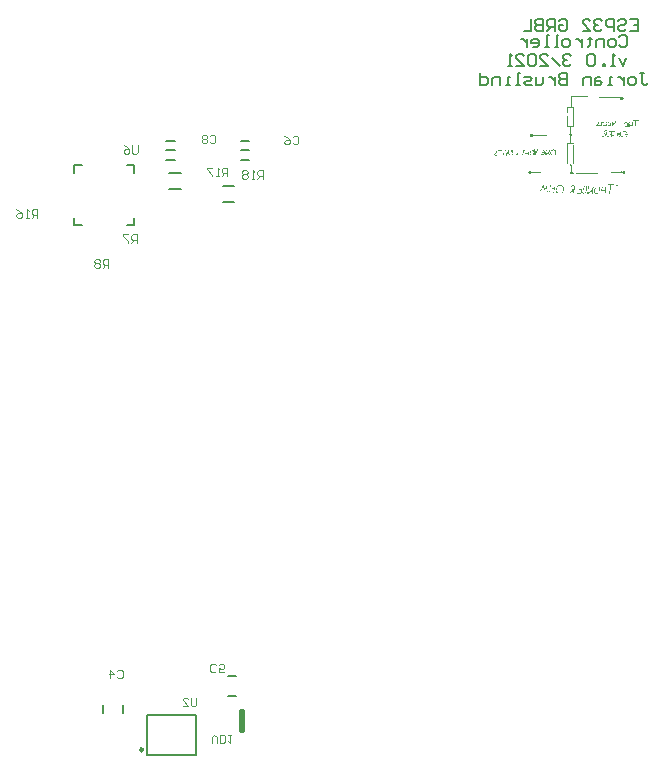
<source format=gbo>
G04 Layer_Color=13813960*
%FSLAX24Y24*%
%MOIN*%
G70*
G01*
G75*
%ADD31C,0.0100*%
%ADD61C,0.0079*%
%ADD62C,0.0050*%
%ADD65C,0.0039*%
%ADD110C,0.0059*%
G36*
X31845Y44276D02*
Y44270D01*
X31840Y44259D01*
Y44248D01*
Y44237D01*
Y44221D01*
Y44216D01*
Y44205D01*
Y44194D01*
Y44188D01*
Y44183D01*
Y44177D01*
Y44161D01*
Y44155D01*
Y44150D01*
Y44139D01*
X31845Y44134D01*
Y44139D01*
X31856Y44144D01*
X31862Y44150D01*
Y44161D01*
X31867Y44172D01*
X31884Y44194D01*
Y44199D01*
X31889Y44205D01*
Y44210D01*
X31895Y44221D01*
Y44226D01*
X31900Y44237D01*
Y44243D01*
X31911Y44259D01*
X31916Y44265D01*
Y44259D01*
X31922Y44254D01*
Y44248D01*
Y44237D01*
X31916Y44232D01*
X31911Y44221D01*
X31900Y44188D01*
X31895Y44183D01*
X31884Y44155D01*
Y44150D01*
X31878Y44144D01*
X31873Y44134D01*
X31867Y44128D01*
X31862D01*
X31856Y44123D01*
X31851Y44112D01*
X31845Y44106D01*
X31840Y44101D01*
X31834Y44106D01*
Y44112D01*
X31829Y44123D01*
X31823Y44144D01*
Y44183D01*
Y44188D01*
Y44194D01*
Y44221D01*
Y44248D01*
X31829Y44270D01*
Y44276D01*
X31834Y44281D01*
X31840D01*
X31845Y44276D01*
D02*
G37*
G36*
X33158Y44270D02*
X33185D01*
X33190Y44265D01*
X33201Y44254D01*
X33207Y44243D01*
Y44237D01*
X33218Y44216D01*
Y44205D01*
X33223Y44188D01*
Y44166D01*
Y44161D01*
X33218Y44150D01*
X33207Y44112D01*
X33196Y44101D01*
X33179Y44095D01*
X33158Y44090D01*
X33114D01*
X33097Y44095D01*
X33092Y44101D01*
X33087D01*
X33081Y44106D01*
Y44112D01*
X33087Y44117D01*
X33092D01*
X33108Y44112D01*
X33114D01*
X33125Y44106D01*
X33163D01*
X33169Y44112D01*
X33174D01*
X33185Y44117D01*
X33190Y44123D01*
X33196Y44134D01*
Y44144D01*
X33201Y44150D01*
X33207Y44172D01*
Y44177D01*
Y44183D01*
Y44194D01*
X33201Y44199D01*
X33196Y44205D01*
Y44216D01*
Y44221D01*
X33190Y44232D01*
X33179Y44243D01*
X33158Y44248D01*
X33152D01*
X33141Y44254D01*
X33130Y44259D01*
Y44265D01*
Y44270D01*
X33136Y44276D01*
X33152D01*
X33158Y44270D01*
D02*
G37*
G36*
X33551Y44276D02*
X33568Y44265D01*
X33573D01*
X33579Y44259D01*
X33584Y44248D01*
X33590Y44237D01*
X33601Y44226D01*
Y44221D01*
X33606Y44210D01*
Y44188D01*
X33601Y44155D01*
Y44150D01*
X33595Y44128D01*
X33584Y44112D01*
X33573Y44101D01*
X33568D01*
X33562Y44095D01*
X33540Y44084D01*
X33535D01*
X33524Y44079D01*
X33502D01*
X33480Y44084D01*
X33475Y44090D01*
X33458D01*
X33447Y44095D01*
X33442Y44101D01*
X33431D01*
X33426Y44112D01*
X33420Y44128D01*
X33415Y44134D01*
X33409Y44150D01*
X33404Y44172D01*
X33409Y44199D01*
X33415Y44205D01*
X33420Y44216D01*
Y44226D01*
X33426Y44232D01*
X33436Y44248D01*
Y44254D01*
X33447Y44265D01*
X33458Y44270D01*
X33469Y44276D01*
X33486Y44281D01*
X33535D01*
X33551Y44276D01*
D02*
G37*
G36*
X31627Y44237D02*
X31632D01*
X31637Y44232D01*
X31643Y44221D01*
Y44216D01*
X31632Y44205D01*
X31572Y44128D01*
X31566Y44117D01*
X31561Y44101D01*
X31566Y44095D01*
X31572Y44090D01*
X31599D01*
X31621Y44095D01*
X31643D01*
Y44090D01*
X31637Y44084D01*
X31627Y44079D01*
X31616D01*
X31583Y44073D01*
X31572D01*
X31550Y44084D01*
X31545Y44095D01*
Y44112D01*
X31555Y44134D01*
X31577Y44166D01*
X31599Y44194D01*
X31605Y44199D01*
X31610Y44210D01*
Y44216D01*
X31605Y44221D01*
X31599D01*
X31594Y44226D01*
X31588Y44232D01*
X31594Y44237D01*
X31599Y44243D01*
X31610D01*
X31627Y44237D01*
D02*
G37*
G36*
X33294Y44270D02*
Y44265D01*
X33289Y44259D01*
X33283Y44237D01*
Y44226D01*
X33278Y44216D01*
X33272Y44210D01*
Y44199D01*
Y44183D01*
Y44177D01*
Y44166D01*
Y44155D01*
X33267Y44144D01*
X33261Y44139D01*
Y44134D01*
X33267Y44123D01*
X33272Y44117D01*
X33278Y44123D01*
X33283Y44128D01*
Y44134D01*
X33289Y44144D01*
X33305Y44161D01*
X33327Y44194D01*
X33333Y44199D01*
X33338Y44205D01*
X33349Y44216D01*
X33354Y44221D01*
X33360Y44226D01*
X33371Y44243D01*
X33376Y44248D01*
X33382Y44259D01*
X33393D01*
Y44248D01*
X33387Y44237D01*
X33382Y44232D01*
Y44205D01*
Y44194D01*
X33376Y44177D01*
Y44166D01*
Y44155D01*
Y44139D01*
Y44134D01*
X33382Y44128D01*
X33398Y44106D01*
X33404Y44101D01*
Y44095D01*
X33398Y44084D01*
X33393D01*
X33387Y44079D01*
X33382Y44084D01*
X33371Y44090D01*
Y44095D01*
X33365Y44101D01*
X33360Y44117D01*
Y44139D01*
Y44144D01*
Y44155D01*
X33354Y44172D01*
X33344D01*
X33333Y44161D01*
X33311Y44139D01*
X33294Y44117D01*
X33272Y44095D01*
X33267Y44090D01*
X33261Y44084D01*
X33256Y44079D01*
X33251D01*
X33245Y44084D01*
X33240Y44101D01*
Y44106D01*
Y44112D01*
Y44128D01*
Y44139D01*
Y44161D01*
Y44166D01*
Y44172D01*
X33245Y44183D01*
X33251Y44188D01*
Y44199D01*
X33256Y44221D01*
Y44226D01*
X33261Y44248D01*
X33267Y44265D01*
X33272Y44276D01*
X33294D01*
Y44270D01*
D02*
G37*
G36*
X31233Y44134D02*
Y44123D01*
X31222D01*
X31216Y44128D01*
Y44134D01*
Y44139D01*
X31233Y44134D01*
D02*
G37*
G36*
X33158Y44194D02*
X33169D01*
X33179Y44188D01*
X33185Y44177D01*
X33179Y44172D01*
X33169Y44161D01*
X33152D01*
X33147Y44166D01*
X33141Y44172D01*
X33125Y44177D01*
X33119D01*
X33114Y44188D01*
Y44194D01*
X33119Y44199D01*
X33141D01*
X33158Y44194D01*
D02*
G37*
G36*
X31780Y44254D02*
X31785Y44248D01*
X31791Y44237D01*
X31796Y44226D01*
Y44221D01*
X31802Y44216D01*
X31807Y44199D01*
X31812Y44177D01*
Y44172D01*
Y44161D01*
X31807Y44123D01*
X31802Y44106D01*
X31796Y44101D01*
X31785Y44095D01*
X31774Y44090D01*
X31763Y44084D01*
X31758D01*
X31747Y44079D01*
X31709D01*
X31698Y44084D01*
X31681Y44090D01*
X31676Y44095D01*
X31670Y44101D01*
Y44106D01*
Y44112D01*
X31676Y44106D01*
X31681D01*
X31698Y44101D01*
X31709D01*
X31730Y44095D01*
X31747D01*
X31752Y44101D01*
X31763D01*
X31769Y44106D01*
X31780Y44117D01*
X31791Y44139D01*
X31802Y44155D01*
X31791Y44166D01*
X31785Y44172D01*
X31780Y44177D01*
X31730Y44188D01*
X31725D01*
X31720Y44194D01*
X31714Y44199D01*
Y44205D01*
X31720Y44210D01*
X31730D01*
X31736Y44205D01*
X31763Y44199D01*
X31780D01*
X31785Y44205D01*
X31780Y44210D01*
X31774Y44221D01*
X31769Y44226D01*
X31763Y44237D01*
X31758Y44243D01*
X31659D01*
Y44248D01*
X31665Y44254D01*
X31681Y44259D01*
X31714Y44265D01*
X31763D01*
X31780Y44254D01*
D02*
G37*
G36*
X32999Y44281D02*
X33005Y44276D01*
X32999Y44270D01*
X32994Y44254D01*
X32988Y44248D01*
X32983Y44243D01*
X32977Y44232D01*
X32972Y44226D01*
X32966Y44216D01*
X32961Y44210D01*
Y44199D01*
Y44194D01*
X32955Y44188D01*
X32950D01*
Y44177D01*
Y44172D01*
X32944Y44161D01*
X32939Y44155D01*
Y44150D01*
X32917Y44112D01*
X32906Y44095D01*
X32901D01*
X32895Y44090D01*
X32890Y44095D01*
X32884Y44101D01*
Y44106D01*
X32879Y44123D01*
X32873Y44139D01*
Y44144D01*
X32868Y44155D01*
X32862Y44144D01*
Y44134D01*
Y44123D01*
X32857Y44112D01*
X32846Y44101D01*
X32840Y44095D01*
X32824Y44084D01*
X32802D01*
X32797Y44090D01*
X32780D01*
X32769Y44095D01*
X32764Y44101D01*
X32758D01*
X32748Y44106D01*
X32742Y44112D01*
X32737Y44123D01*
Y44128D01*
X32731Y44134D01*
X32726Y44144D01*
Y44161D01*
X32731Y44188D01*
X32737Y44194D01*
X32742Y44216D01*
X32758Y44232D01*
X32780Y44254D01*
X32786Y44259D01*
X32797Y44265D01*
X32808D01*
X32830Y44254D01*
X32835Y44248D01*
X32846Y44243D01*
X32857Y44226D01*
X32862Y44210D01*
Y44205D01*
X32868Y44199D01*
X32873Y44205D01*
Y44210D01*
Y44216D01*
Y44237D01*
Y44243D01*
X32868Y44248D01*
Y44254D01*
Y44259D01*
Y44276D01*
Y44281D01*
X32879Y44287D01*
X32884D01*
Y44248D01*
Y44243D01*
Y44237D01*
X32890Y44210D01*
X32895Y44166D01*
Y44161D01*
X32901Y44144D01*
Y44134D01*
X32906D01*
Y44139D01*
X32922Y44177D01*
Y44183D01*
X32928D01*
X32933Y44188D01*
X32939Y44199D01*
Y44205D01*
X32944Y44210D01*
Y44216D01*
X32950Y44221D01*
X32961Y44248D01*
Y44254D01*
X32966Y44259D01*
X32977Y44281D01*
X32983Y44287D01*
X32988D01*
X32999Y44281D01*
D02*
G37*
G36*
X32343Y44270D02*
Y44254D01*
Y44248D01*
X32337Y44237D01*
X32332Y44226D01*
Y44210D01*
Y44177D01*
Y44166D01*
Y44150D01*
Y44128D01*
X32326Y44117D01*
X32321Y44101D01*
X32316Y44095D01*
X32305D01*
X32288Y44101D01*
X32283D01*
X32272Y44106D01*
X32255Y44112D01*
X32228D01*
X32217Y44117D01*
X32201D01*
X32190Y44123D01*
X32184D01*
X32173Y44128D01*
X32162Y44123D01*
X32157Y44112D01*
Y44101D01*
X32146Y44090D01*
X32064D01*
X32053Y44095D01*
X32048Y44101D01*
X32042D01*
X32037Y44095D01*
Y44090D01*
X32031Y44084D01*
X32026D01*
Y44095D01*
Y44101D01*
Y44112D01*
X32020Y44123D01*
X32015D01*
X32009Y44117D01*
X31998D01*
X31993Y44123D01*
X31982D01*
X31977Y44117D01*
X31971Y44112D01*
X31960Y44101D01*
X31955Y44095D01*
Y44090D01*
X31949Y44084D01*
Y44073D01*
X31944Y44068D01*
X31938D01*
X31933Y44073D01*
Y44084D01*
X31938Y44095D01*
Y44101D01*
X31944Y44112D01*
Y44128D01*
X31938Y44139D01*
X31933Y44144D01*
X31938Y44150D01*
X31960D01*
X31966Y44155D01*
X31971Y44166D01*
X31977Y44177D01*
Y44183D01*
X31987Y44199D01*
X31993Y44216D01*
X31998Y44226D01*
Y44232D01*
Y44243D01*
X32009Y44254D01*
X32020Y44259D01*
X32026D01*
X32031Y44254D01*
Y44243D01*
X32026Y44237D01*
Y44216D01*
Y44210D01*
Y44199D01*
Y44194D01*
X32031Y44177D01*
X32037Y44112D01*
X32064D01*
X32091Y44106D01*
X32130D01*
X32135Y44112D01*
X32141Y44117D01*
Y44123D01*
X32146Y44128D01*
X32151Y44155D01*
Y44161D01*
X32146Y44166D01*
Y44172D01*
X32141Y44177D01*
X32124D01*
X32119Y44183D01*
X32108Y44188D01*
X32102Y44194D01*
Y44199D01*
Y44205D01*
Y44210D01*
X32113D01*
X32124Y44205D01*
X32135Y44199D01*
X32151D01*
X32157Y44205D01*
Y44210D01*
X32151Y44216D01*
X32146Y44221D01*
X32141Y44226D01*
X32130Y44232D01*
X32113D01*
X32108Y44237D01*
X32097Y44243D01*
X32091Y44248D01*
X32064D01*
X32059Y44254D01*
Y44259D01*
X32064Y44265D01*
X32086D01*
X32097Y44259D01*
X32108Y44254D01*
X32113D01*
X32124Y44248D01*
X32141D01*
X32162Y44254D01*
X32184Y44226D01*
Y44221D01*
X32179Y44216D01*
X32173Y44210D01*
X32168Y44199D01*
Y44177D01*
Y44172D01*
Y44161D01*
Y44150D01*
X32173Y44139D01*
X32179D01*
X32195Y44134D01*
X32261Y44128D01*
X32305D01*
X32310Y44134D01*
Y44139D01*
Y44155D01*
Y44166D01*
X32316Y44188D01*
Y44216D01*
Y44226D01*
Y44243D01*
X32321Y44265D01*
X32326Y44276D01*
X32343D01*
Y44270D01*
D02*
G37*
G36*
X32698Y44265D02*
Y44243D01*
Y44221D01*
Y44199D01*
Y44194D01*
Y44188D01*
Y44161D01*
Y44134D01*
X32693Y44112D01*
X32687Y44106D01*
X32682Y44101D01*
X32671D01*
X32665Y44106D01*
X32655Y44112D01*
X32649D01*
X32627Y44117D01*
X32622D01*
X32616Y44123D01*
X32589Y44134D01*
X32583D01*
X32573Y44139D01*
X32567D01*
Y44144D01*
X32573Y44150D01*
X32611D01*
X32633Y44144D01*
X32638D01*
X32649Y44139D01*
X32655D01*
X32660Y44134D01*
X32665D01*
X32671Y44144D01*
X32676Y44155D01*
Y44172D01*
Y44177D01*
Y44188D01*
Y44199D01*
X32682Y44210D01*
Y44216D01*
Y44226D01*
Y44254D01*
Y44259D01*
X32676Y44265D01*
Y44276D01*
X32682Y44281D01*
X32698D01*
Y44265D01*
D02*
G37*
G36*
X35055Y43024D02*
Y43018D01*
X35060Y43007D01*
Y42985D01*
Y42980D01*
Y42969D01*
Y42952D01*
Y42942D01*
Y42936D01*
X35050Y42909D01*
X35044Y42903D01*
Y42887D01*
Y42881D01*
X35039Y42859D01*
X35033Y42843D01*
X35028Y42832D01*
X35017Y42810D01*
X35011D01*
X35006Y42805D01*
X35000Y42799D01*
X34989Y42794D01*
X34935D01*
X34918Y42799D01*
X34902Y42805D01*
X34896Y42810D01*
X34880Y42827D01*
X34864Y42838D01*
Y42881D01*
Y42887D01*
Y42903D01*
Y42920D01*
X34869Y42925D01*
Y42931D01*
X34875Y42942D01*
Y42947D01*
X34880Y42952D01*
X34885Y42958D01*
Y42963D01*
X34891Y42974D01*
X34896Y42985D01*
X34913Y43007D01*
Y43013D01*
X34940D01*
Y43007D01*
X34929Y42996D01*
X34913Y42969D01*
X34902Y42952D01*
X34896Y42947D01*
X34885Y42931D01*
X34880Y42903D01*
X34875Y42876D01*
Y42870D01*
X34880Y42859D01*
X34885Y42843D01*
X34902Y42832D01*
X34907Y42827D01*
X34913Y42821D01*
X34929D01*
X34940Y42816D01*
X34946D01*
X34968Y42810D01*
X34989Y42816D01*
X35000Y42827D01*
X35011Y42838D01*
X35017Y42849D01*
X35022Y42870D01*
X35028Y42909D01*
X35033Y42963D01*
Y43024D01*
X35044Y43029D01*
X35050D01*
X35055Y43024D01*
D02*
G37*
G36*
X33786Y43084D02*
X33797Y43078D01*
X33808Y43073D01*
X33825Y43056D01*
X33830D01*
X33836Y43045D01*
X33847Y43040D01*
X33852Y43029D01*
X33858Y43018D01*
Y43007D01*
Y42991D01*
Y42969D01*
Y42963D01*
Y42952D01*
Y42936D01*
Y42925D01*
X33847Y42909D01*
Y42898D01*
X33841Y42887D01*
X33830Y42870D01*
X33825Y42865D01*
X33814Y42859D01*
X33786Y42838D01*
X33770Y42832D01*
X33765Y42827D01*
X33759D01*
X33743Y42821D01*
X33732D01*
X33710Y42816D01*
X33683D01*
X33672Y42821D01*
X33666Y42827D01*
X33655D01*
X33650Y42832D01*
X33639D01*
X33628Y42843D01*
X33622D01*
X33611Y42849D01*
X33606Y42859D01*
X33590Y42876D01*
Y42909D01*
Y42914D01*
Y42925D01*
Y42942D01*
X33595Y42958D01*
X33601Y42974D01*
Y42980D01*
X33606Y42991D01*
X33611Y42996D01*
X33617Y43007D01*
Y43013D01*
X33622Y43024D01*
X33628Y43040D01*
Y43045D01*
X33639Y43051D01*
X33644Y43056D01*
X33650Y43067D01*
X33661D01*
Y43073D01*
X33672D01*
X33677Y43078D01*
X33693D01*
X33699Y43084D01*
X33715D01*
X33737Y43089D01*
X33770D01*
X33786Y43084D01*
D02*
G37*
G36*
X35153Y43034D02*
Y43024D01*
X35148Y43018D01*
X35142Y43007D01*
X35137Y42996D01*
Y42991D01*
Y42974D01*
X35132Y42963D01*
X35126Y42952D01*
X35121Y42942D01*
X35126Y42936D01*
X35132Y42931D01*
X35153Y42925D01*
X35164D01*
X35175Y42920D01*
X35192D01*
X35225Y42914D01*
X35235D01*
X35241Y42920D01*
Y42931D01*
Y42947D01*
Y42969D01*
Y43029D01*
X35263D01*
X35274Y43024D01*
X35268Y43007D01*
Y42996D01*
Y42985D01*
Y42969D01*
Y42963D01*
X35263Y42952D01*
Y42925D01*
X35257Y42914D01*
Y42903D01*
Y42887D01*
Y42881D01*
Y42870D01*
X35252Y42843D01*
X35241Y42821D01*
Y42816D01*
X35235Y42799D01*
X35230Y42794D01*
X35225D01*
X35219Y42799D01*
Y42805D01*
Y42810D01*
Y42821D01*
X35225Y42832D01*
Y42838D01*
X35230Y42843D01*
X35235Y42870D01*
Y42876D01*
X35230Y42881D01*
X35225Y42892D01*
X35208D01*
X35203Y42898D01*
X35197D01*
X35186Y42903D01*
X35137D01*
X35132Y42909D01*
X35126Y42914D01*
X35121Y42909D01*
X35115Y42898D01*
X35110Y42892D01*
Y42881D01*
Y42876D01*
X35104Y42865D01*
X35099Y42859D01*
Y42849D01*
Y42843D01*
X35093Y42838D01*
X35088Y42832D01*
Y42816D01*
X35082Y42810D01*
X35060D01*
X35082Y42854D01*
Y42859D01*
X35088Y42870D01*
Y42876D01*
X35093Y42887D01*
Y42892D01*
X35099Y42909D01*
Y42914D01*
X35093Y42920D01*
X35088Y42925D01*
X35077D01*
X35071Y42931D01*
X35066D01*
X35071Y42936D01*
X35099D01*
X35104Y42942D01*
X35110Y42958D01*
Y42963D01*
X35115Y42985D01*
Y42991D01*
Y42996D01*
X35121Y43013D01*
Y43018D01*
Y43024D01*
X35132Y43034D01*
X35137Y43040D01*
X35153D01*
Y43034D01*
D02*
G37*
G36*
X34623Y43067D02*
X34629Y43062D01*
X34634Y43056D01*
X34639Y43034D01*
X34634Y43024D01*
X34629Y43007D01*
X34623Y43002D01*
Y42974D01*
Y42969D01*
Y42963D01*
X34618Y42942D01*
X34612Y42909D01*
Y42898D01*
X34607Y42887D01*
X34601Y42881D01*
Y42876D01*
Y42859D01*
Y42854D01*
Y42849D01*
Y42838D01*
X34596Y42832D01*
X34590D01*
Y42827D01*
X34585Y42816D01*
X34579Y42810D01*
Y42783D01*
Y42777D01*
X34574Y42772D01*
Y42767D01*
X34568Y42772D01*
X34557Y42783D01*
X34541Y42788D01*
X34536D01*
X34530Y42794D01*
X34508Y42805D01*
X34486Y42827D01*
X34475Y42849D01*
Y42854D01*
Y42859D01*
X34481Y42887D01*
Y42892D01*
Y42898D01*
Y42909D01*
X34486Y42914D01*
Y42920D01*
X34492Y42931D01*
Y42936D01*
X34497Y42952D01*
Y42958D01*
Y42963D01*
X34503Y42974D01*
Y42980D01*
X34508Y42991D01*
Y42996D01*
X34514Y43013D01*
Y43024D01*
X34525Y43034D01*
X34536Y43051D01*
X34541Y43056D01*
X34552Y43062D01*
X34568Y43073D01*
X34607D01*
X34623Y43067D01*
D02*
G37*
G36*
X34689Y43051D02*
Y43045D01*
X34694Y43034D01*
X34689Y43029D01*
Y43018D01*
Y42996D01*
Y42991D01*
Y42980D01*
X34683Y42952D01*
X34678Y42947D01*
Y42925D01*
Y42914D01*
X34672Y42898D01*
X34667Y42892D01*
Y42865D01*
Y42854D01*
X34661Y42838D01*
Y42832D01*
X34656Y42827D01*
Y42821D01*
X34661Y42816D01*
X34667D01*
X34672Y42821D01*
X34689Y42832D01*
X34705Y42843D01*
X34711Y42849D01*
X34716Y42859D01*
X34738Y42887D01*
X34809Y42974D01*
Y42980D01*
Y42991D01*
Y42996D01*
X34814Y43002D01*
X34820Y43007D01*
X34825Y43018D01*
Y43024D01*
X34836Y43029D01*
X34847D01*
X34853Y43024D01*
X34847Y43013D01*
X34836Y42991D01*
X34825Y42958D01*
Y42854D01*
Y42849D01*
X34831Y42838D01*
Y42832D01*
X34836Y42816D01*
X34831Y42805D01*
X34820Y42794D01*
X34814D01*
X34809Y42799D01*
Y42810D01*
Y42816D01*
Y42821D01*
X34803Y42843D01*
Y42854D01*
Y42870D01*
Y42892D01*
Y42903D01*
Y42920D01*
X34798Y42931D01*
X34793Y42925D01*
Y42920D01*
X34787Y42914D01*
X34771Y42892D01*
X34743Y42854D01*
X34711Y42821D01*
X34705Y42816D01*
X34700Y42810D01*
X34689Y42805D01*
X34683D01*
X34678Y42799D01*
X34656Y42794D01*
X34650Y42799D01*
X34645Y42810D01*
X34639Y42821D01*
Y42827D01*
Y42832D01*
Y42849D01*
X34645Y42859D01*
Y42865D01*
X34650Y42870D01*
X34656Y42892D01*
Y42898D01*
X34661Y42914D01*
Y42920D01*
Y42925D01*
X34667Y42952D01*
Y42958D01*
Y42963D01*
Y42974D01*
X34672Y42980D01*
Y42991D01*
X34678Y43002D01*
Y43018D01*
Y43029D01*
Y43045D01*
X34683Y43056D01*
X34689Y43051D01*
D02*
G37*
G36*
X34191Y43078D02*
X34197D01*
X34207Y43067D01*
X34224Y43056D01*
X34235Y43040D01*
Y43034D01*
Y43029D01*
Y43002D01*
X34229Y42991D01*
X34224Y42969D01*
Y42963D01*
X34213Y42947D01*
X34207Y42936D01*
Y42920D01*
Y42898D01*
Y42892D01*
Y42881D01*
Y42870D01*
X34202Y42859D01*
X34197Y42854D01*
Y42849D01*
Y42832D01*
Y42827D01*
X34191Y42821D01*
X34180Y42816D01*
X34175Y42821D01*
X34169Y42832D01*
X34175Y42849D01*
Y42854D01*
Y42865D01*
X34180Y42887D01*
Y42892D01*
Y42903D01*
Y42920D01*
X34186Y42925D01*
Y42936D01*
X34191Y42947D01*
Y42963D01*
Y42969D01*
Y42980D01*
X34197Y42991D01*
X34202Y43002D01*
Y43007D01*
Y43013D01*
Y43034D01*
Y43040D01*
X34191Y43045D01*
X34186Y43056D01*
X34169Y43062D01*
X34136D01*
X34120Y43051D01*
X34109Y43034D01*
Y43013D01*
Y42985D01*
X34125Y42969D01*
X34136Y42963D01*
X34142Y42958D01*
X34153Y42952D01*
X34158D01*
Y42947D01*
X34164Y42936D01*
Y42931D01*
X34169Y42914D01*
X34158Y42903D01*
X34153Y42898D01*
X34142Y42876D01*
X34136D01*
X34131Y42870D01*
X34120Y42865D01*
X34115D01*
Y42859D01*
X34109Y42854D01*
X34098Y42849D01*
X34087Y42843D01*
X34082D01*
X34076Y42838D01*
X34065Y42832D01*
X34060Y42827D01*
X34054D01*
X34032Y42821D01*
X34027D01*
X34016Y42816D01*
X34005Y42810D01*
X34000Y42805D01*
X33994Y42810D01*
X34000Y42816D01*
X34005Y42821D01*
X34011D01*
X34016Y42827D01*
X34049Y42843D01*
X34076Y42859D01*
X34115Y42887D01*
X34120Y42892D01*
X34131Y42909D01*
X34142Y42925D01*
X34136Y42931D01*
X34131Y42942D01*
X34125Y42947D01*
X34109Y42958D01*
X34104D01*
X34098Y42963D01*
X34093Y42969D01*
Y42974D01*
Y42980D01*
X34087Y42991D01*
X34082Y42996D01*
Y43018D01*
Y43024D01*
Y43029D01*
X34087Y43040D01*
Y43045D01*
X34093Y43051D01*
Y43056D01*
X34098Y43062D01*
X34109Y43073D01*
X34131Y43084D01*
X34136D01*
X34153Y43089D01*
X34169D01*
X34191Y43078D01*
D02*
G37*
G36*
X34448Y43029D02*
Y43024D01*
Y43018D01*
X34421D01*
X34410Y43024D01*
X34399D01*
X34372Y43029D01*
X34333D01*
X34317Y43034D01*
X34311D01*
X34317Y43040D01*
X34432D01*
X34448Y43029D01*
D02*
G37*
G36*
X35378Y43122D02*
X35394D01*
X35410Y43116D01*
X35482D01*
X35503Y43111D01*
X35525D01*
X35542Y43106D01*
X35667D01*
X35673Y43100D01*
X35678Y43084D01*
Y43078D01*
X35673Y43073D01*
X35651D01*
X35640Y43062D01*
X35629D01*
X35618Y43073D01*
X35613D01*
X35607Y43078D01*
X35591Y43084D01*
X35542D01*
X35520Y43089D01*
X35503Y43095D01*
X35482Y43100D01*
X35476D01*
X35460Y43106D01*
X35443Y43100D01*
X35438Y43095D01*
X35432Y43084D01*
X35427Y43062D01*
X35421Y43051D01*
Y43029D01*
Y42996D01*
Y42985D01*
X35416Y42969D01*
Y42947D01*
X35410Y42931D01*
X35405Y42881D01*
Y42805D01*
Y42799D01*
X35399Y42794D01*
X35389Y42788D01*
X35383Y42783D01*
X35378Y42788D01*
X35372Y42794D01*
Y42799D01*
Y42805D01*
Y42816D01*
X35378Y42827D01*
Y42849D01*
Y42854D01*
Y42865D01*
Y42881D01*
X35383Y42892D01*
Y42898D01*
Y42909D01*
X35389Y42925D01*
Y42952D01*
Y42963D01*
Y42980D01*
X35394Y43002D01*
X35399Y43024D01*
Y43029D01*
Y43040D01*
X35405Y43078D01*
Y43106D01*
X35334D01*
X35317Y43111D01*
X35290D01*
X35268Y43116D01*
X35142D01*
Y43122D01*
X35148D01*
X35164Y43127D01*
X35361D01*
X35378Y43122D01*
D02*
G37*
G36*
X33305Y43116D02*
Y43111D01*
X33311Y43100D01*
Y43095D01*
X33305Y43078D01*
Y43040D01*
Y43018D01*
Y42985D01*
Y42980D01*
Y42974D01*
Y42942D01*
X33311Y42914D01*
Y42898D01*
X33316Y42892D01*
Y42887D01*
Y42870D01*
X33311Y42865D01*
X33305Y42859D01*
X33300Y42865D01*
X33294Y42876D01*
Y42887D01*
X33289Y43013D01*
Y43018D01*
Y43024D01*
X33283D01*
Y43013D01*
X33278Y43007D01*
Y43002D01*
X33240Y42942D01*
X33234Y42936D01*
X33218Y42931D01*
X33212Y42936D01*
X33207Y42947D01*
Y42952D01*
X33201Y42969D01*
Y42974D01*
X33196Y42980D01*
Y42991D01*
Y42996D01*
X33190Y43013D01*
X33179Y43040D01*
Y43045D01*
X33174Y43056D01*
X33163Y43062D01*
X33158Y43051D01*
Y43045D01*
Y43034D01*
X33152D01*
Y43024D01*
X33147Y43018D01*
X33136Y43002D01*
X33130Y42985D01*
Y42980D01*
X33125Y42963D01*
X33119Y42958D01*
Y42947D01*
Y42942D01*
X33108Y42925D01*
X33070Y42865D01*
Y42859D01*
X33065Y42854D01*
X33059D01*
X33054Y42859D01*
X33059Y42876D01*
Y42881D01*
X33065Y42887D01*
X33070Y42892D01*
Y42898D01*
X33076Y42909D01*
X33114Y42991D01*
Y42996D01*
Y43002D01*
X33119Y43013D01*
Y43018D01*
X33125Y43029D01*
Y43034D01*
X33130Y43045D01*
Y43051D01*
X33141Y43062D01*
Y43067D01*
X33147Y43078D01*
Y43084D01*
Y43095D01*
X33152Y43106D01*
X33163Y43111D01*
X33174D01*
X33179Y43106D01*
X33185Y43095D01*
Y43084D01*
X33190Y43067D01*
Y43062D01*
X33196Y43056D01*
X33207Y43007D01*
Y42996D01*
X33218Y42974D01*
X33223Y42963D01*
X33229Y42969D01*
X33234Y42974D01*
X33240Y42980D01*
X33251Y42991D01*
X33256Y43002D01*
X33272Y43051D01*
X33278Y43062D01*
X33283Y43084D01*
Y43089D01*
Y43106D01*
X33294Y43116D01*
X33300Y43122D01*
X33305Y43116D01*
D02*
G37*
G36*
X33436Y43095D02*
Y43084D01*
X33426Y43067D01*
X33420Y43062D01*
X33415Y43040D01*
Y43034D01*
Y43018D01*
X33409Y43013D01*
Y42996D01*
Y42974D01*
X33529Y42985D01*
X33535D01*
X33540Y42991D01*
Y42996D01*
X33546Y43007D01*
Y43013D01*
X33551Y43024D01*
Y43045D01*
Y43073D01*
X33579D01*
Y43051D01*
Y43045D01*
Y43040D01*
Y43029D01*
Y43024D01*
X33573Y43018D01*
X33568Y43002D01*
X33562Y42991D01*
X33557Y42974D01*
X33551Y42969D01*
Y42958D01*
Y42952D01*
X33546Y42942D01*
X33540Y42936D01*
Y42931D01*
Y42914D01*
Y42903D01*
Y42892D01*
X33535D01*
Y42887D01*
X33529Y42876D01*
Y42870D01*
Y42859D01*
X33524Y42843D01*
X33513Y42838D01*
X33502D01*
X33497Y42843D01*
X33502Y42854D01*
Y42859D01*
X33508Y42870D01*
X33513Y42898D01*
Y42903D01*
Y42914D01*
Y42925D01*
X33518Y42936D01*
Y42942D01*
Y42947D01*
X33508Y42952D01*
X33491D01*
X33464Y42958D01*
X33458D01*
X33436Y42963D01*
X33409D01*
X33404Y42958D01*
Y42947D01*
Y42931D01*
Y42925D01*
Y42920D01*
Y42909D01*
X33398Y42903D01*
X33393D01*
Y42898D01*
Y42887D01*
Y42881D01*
X33387Y42865D01*
X33382Y42854D01*
X33376D01*
X33371Y42849D01*
X33365Y42854D01*
Y42865D01*
X33371Y42881D01*
Y42887D01*
X33376Y42903D01*
X33382Y42936D01*
Y42942D01*
Y42952D01*
X33387Y42980D01*
Y42985D01*
Y42991D01*
X33393Y43024D01*
Y43029D01*
Y43040D01*
X33398Y43056D01*
X33404Y43067D01*
X33409Y43095D01*
X33415Y43100D01*
X33426Y43106D01*
X33431D01*
X33436Y43095D01*
D02*
G37*
G36*
X34475Y43002D02*
Y42985D01*
X34470Y42980D01*
Y42958D01*
Y42947D01*
X34464Y42931D01*
X34459Y42925D01*
Y42909D01*
X34454Y42898D01*
Y42881D01*
X34448Y42876D01*
Y42870D01*
Y42854D01*
X34443Y42843D01*
X34437Y42827D01*
X34432Y42816D01*
Y42810D01*
X34426Y42805D01*
X34415Y42799D01*
X34388Y42794D01*
X34377D01*
X34361Y42799D01*
X34328Y42805D01*
X34300Y42816D01*
Y42821D01*
Y42827D01*
X34328D01*
X34344Y42821D01*
X34350D01*
X34361Y42816D01*
X34382D01*
X34404Y42821D01*
X34415Y42838D01*
X34421Y42865D01*
Y42870D01*
X34426Y42876D01*
X34432Y42903D01*
Y42925D01*
X34404D01*
X34399Y42931D01*
X34388D01*
X34382Y42936D01*
X34372D01*
X34366Y42942D01*
X34361D01*
Y42947D01*
Y42952D01*
X34393D01*
X34404Y42947D01*
X34410D01*
X34421Y42942D01*
X34432Y42947D01*
X34443Y42952D01*
X34448Y42969D01*
Y42974D01*
X34454Y42980D01*
X34459Y42996D01*
Y43002D01*
X34464Y43007D01*
X34475D01*
Y43002D01*
D02*
G37*
G36*
X35378Y44883D02*
X35383D01*
X35394Y44877D01*
X35399D01*
X35410Y44872D01*
X35416D01*
X35427Y44866D01*
Y44872D01*
X35432Y44877D01*
Y44883D01*
Y44888D01*
X35476D01*
X35487Y44883D01*
X35503D01*
X35525Y44877D01*
X35558D01*
X35574Y44872D01*
X35585D01*
X35596Y44866D01*
X35624D01*
X35629Y44861D01*
X35635Y44855D01*
X35629Y44850D01*
X35613Y44844D01*
X35602D01*
X35591Y44850D01*
X35585Y44855D01*
X35542D01*
Y44828D01*
Y44823D01*
Y44812D01*
Y44795D01*
X35536Y44784D01*
X35531Y44779D01*
Y44768D01*
X35525Y44762D01*
X35520Y44746D01*
X35509Y44724D01*
X35503D01*
X35498Y44719D01*
X35487Y44713D01*
X35482D01*
X35492Y44746D01*
X35498Y44751D01*
X35509Y44762D01*
Y44768D01*
X35514Y44779D01*
Y44784D01*
Y44795D01*
X35520Y44817D01*
Y44823D01*
Y44839D01*
Y44850D01*
X35514Y44861D01*
X35509Y44866D01*
X35454D01*
X35449Y44861D01*
Y44855D01*
Y44850D01*
X35454Y44844D01*
Y44823D01*
Y44790D01*
X35460Y44784D01*
X35471Y44779D01*
X35476Y44773D01*
X35465Y44768D01*
X35460D01*
X35454Y44757D01*
Y44746D01*
Y44740D01*
Y44735D01*
Y44724D01*
X35449Y44719D01*
X35443Y44708D01*
X35438Y44697D01*
X35421Y44686D01*
X35383D01*
X35361Y44691D01*
X35356D01*
X35350Y44697D01*
X35339Y44702D01*
X35334Y44708D01*
X35312D01*
X35307Y44713D01*
X35301Y44719D01*
Y44730D01*
X35317D01*
X35323Y44724D01*
X35339D01*
X35356Y44713D01*
X35367Y44708D01*
X35399D01*
X35416Y44713D01*
X35421Y44730D01*
X35427Y44746D01*
X35432Y44762D01*
X35389Y44773D01*
X35383Y44779D01*
X35361D01*
X35356Y44784D01*
X35350Y44790D01*
X35356Y44801D01*
X35361Y44806D01*
X35367Y44801D01*
X35372Y44795D01*
X35378Y44790D01*
X35405D01*
X35421Y44784D01*
X35427Y44790D01*
X35432Y44801D01*
X35438Y44817D01*
Y44823D01*
X35432Y44839D01*
Y44844D01*
X35427Y44850D01*
X35416Y44855D01*
X35405D01*
X35389Y44861D01*
X35367Y44872D01*
X35361Y44877D01*
X35345D01*
X35339Y44883D01*
Y44888D01*
X35345Y44894D01*
X35367D01*
X35378Y44883D01*
D02*
G37*
G36*
X35848D02*
X35946D01*
X35957Y44866D01*
Y44861D01*
X35963Y44855D01*
X35968Y44844D01*
X35974Y44833D01*
Y44828D01*
X35979Y44823D01*
Y44817D01*
X35985Y44806D01*
Y44790D01*
Y44784D01*
Y44773D01*
Y44762D01*
X35979Y44751D01*
X35974Y44746D01*
Y44730D01*
X35968Y44724D01*
X35957Y44708D01*
X35941Y44680D01*
X35853D01*
X35842Y44686D01*
X35837Y44691D01*
X35804D01*
X35788Y44702D01*
X35777Y44708D01*
X35771Y44713D01*
X35766D01*
Y44719D01*
X35804D01*
X35810Y44713D01*
X35821D01*
X35842Y44708D01*
X35886Y44702D01*
X35908D01*
X35930Y44708D01*
X35946Y44724D01*
X35952Y44730D01*
X35957Y44740D01*
Y44751D01*
X35952Y44757D01*
X35935D01*
Y44762D01*
Y44768D01*
X35908D01*
X35897Y44773D01*
X35892Y44779D01*
X35864D01*
X35859Y44784D01*
X35864Y44790D01*
X35870Y44795D01*
X35875D01*
X35881Y44790D01*
X35897D01*
X35908Y44784D01*
X35919D01*
X35935Y44779D01*
X35957D01*
Y44784D01*
Y44801D01*
Y44806D01*
X35952Y44828D01*
X35935Y44844D01*
X35908Y44855D01*
X35897D01*
X35886Y44861D01*
X35881Y44866D01*
X35842D01*
X35831Y44872D01*
X35826Y44877D01*
Y44883D01*
X35831Y44888D01*
X35848Y44883D01*
D02*
G37*
G36*
X36160Y45162D02*
Y45156D01*
Y45145D01*
Y45129D01*
X36154Y45112D01*
X36149Y45101D01*
Y45079D01*
X36143Y45074D01*
X36138Y45063D01*
X36127Y45052D01*
X36116Y45058D01*
X36110Y45063D01*
X36088Y45085D01*
X36078Y45074D01*
X36072Y45069D01*
X36061Y45052D01*
X36045Y45036D01*
X36023Y45030D01*
X36017D01*
X36006Y45036D01*
X36001Y45047D01*
X35996Y45058D01*
Y45063D01*
Y45069D01*
Y45074D01*
X35990Y45063D01*
X35979Y45052D01*
X35968Y45047D01*
X35946Y45036D01*
X35941D01*
X35930Y45030D01*
X35913D01*
X35903Y45036D01*
X35886Y45041D01*
X35881Y45047D01*
X35875D01*
Y45052D01*
X35864D01*
Y45063D01*
X35853Y45085D01*
Y45090D01*
Y45101D01*
Y45118D01*
X35859Y45134D01*
Y45140D01*
X35864Y45151D01*
X35875Y45167D01*
X35886Y45178D01*
X35935Y45200D01*
X35941D01*
X35952Y45194D01*
X35963Y45183D01*
X35974Y45172D01*
X35985Y45151D01*
Y45145D01*
X35996Y45134D01*
X36001Y45129D01*
X36006D01*
Y45140D01*
Y45145D01*
X36012Y45156D01*
Y45162D01*
X36017Y45172D01*
Y45178D01*
X36023Y45183D01*
X36028Y45189D01*
X36039Y45194D01*
X36045Y45189D01*
X36050Y45183D01*
X36045Y45167D01*
X36028Y45140D01*
Y45134D01*
X36023Y45118D01*
X36017Y45079D01*
Y45074D01*
Y45069D01*
X36023Y45063D01*
X36028Y45058D01*
X36034D01*
X36050Y45063D01*
X36056Y45069D01*
X36061Y45085D01*
Y45090D01*
X36067Y45101D01*
X36078Y45112D01*
X36088Y45107D01*
X36099Y45101D01*
X36105D01*
X36110Y45096D01*
X36121Y45090D01*
X36127D01*
Y45101D01*
X36132Y45123D01*
Y45151D01*
Y45200D01*
X36160D01*
Y45162D01*
D02*
G37*
G36*
X35399Y45194D02*
X35405Y45189D01*
X35410Y45183D01*
X35421Y45172D01*
X35427Y45162D01*
Y45151D01*
X35432Y45140D01*
Y45118D01*
Y45112D01*
Y45107D01*
Y45096D01*
X35427Y45090D01*
X35416Y45074D01*
X35410Y45069D01*
X35399Y45063D01*
X35378Y45058D01*
X35356D01*
X35339Y45063D01*
X35334Y45069D01*
X35323Y45085D01*
Y45090D01*
X35317Y45096D01*
Y45107D01*
Y45118D01*
Y45145D01*
Y45151D01*
X35323Y45162D01*
X35334Y45178D01*
X35350Y45189D01*
X35356Y45194D01*
X35367Y45200D01*
X35383D01*
X35399Y45194D01*
D02*
G37*
G36*
X35296Y45189D02*
Y45178D01*
X35301Y45156D01*
Y45129D01*
Y45123D01*
Y45107D01*
X35296Y45090D01*
X35290Y45074D01*
X35285D01*
X35279Y45069D01*
X35257Y45063D01*
X35214D01*
X35197Y45069D01*
X35181Y45074D01*
X35175Y45079D01*
Y45085D01*
X35241D01*
X35257Y45090D01*
X35274Y45107D01*
Y45112D01*
X35279Y45129D01*
X35285Y45145D01*
X35279Y45167D01*
Y45172D01*
X35274Y45183D01*
Y45189D01*
X35279Y45194D01*
X35296D01*
Y45189D01*
D02*
G37*
G36*
X35465Y45249D02*
X35471Y45238D01*
X35476Y45227D01*
X35482Y45205D01*
Y45200D01*
Y45189D01*
Y45172D01*
X35487Y45162D01*
Y45156D01*
Y45134D01*
Y45129D01*
X35492Y45112D01*
X35503D01*
X35509Y45118D01*
X35520Y45134D01*
X35536Y45156D01*
Y45162D01*
X35542Y45167D01*
Y45172D01*
X35547D01*
Y45178D01*
X35553Y45183D01*
X35564Y45216D01*
X35569Y45222D01*
X35574Y45216D01*
X35580Y45211D01*
X35591Y45205D01*
X35558Y45156D01*
X35553Y45151D01*
Y45145D01*
X35531Y45096D01*
Y45090D01*
X35520Y45085D01*
X35514D01*
X35509Y45079D01*
Y45069D01*
X35503Y45063D01*
X35487D01*
X35482Y45069D01*
X35476Y45079D01*
X35471Y45090D01*
Y45107D01*
X35465Y45118D01*
Y45134D01*
Y45156D01*
Y45162D01*
Y45178D01*
Y45194D01*
X35460Y45205D01*
X35454Y45211D01*
Y45233D01*
Y45238D01*
Y45244D01*
Y45254D01*
X35460D01*
X35465Y45249D01*
D02*
G37*
G36*
X35088Y45205D02*
X35093D01*
X35121Y45200D01*
X35132D01*
X35148Y45194D01*
X35153D01*
X35164Y45189D01*
X35181D01*
X35192Y45183D01*
X35197Y45178D01*
Y45172D01*
X35192Y45167D01*
X35181Y45162D01*
X35170D01*
X35159Y45167D01*
X35137D01*
X35126Y45156D01*
Y45140D01*
X35121Y45118D01*
Y45112D01*
X35115Y45107D01*
Y45096D01*
Y45090D01*
X35110Y45074D01*
X35104Y45069D01*
X35093D01*
X35077Y45063D01*
X35060D01*
X35028Y45074D01*
X35011D01*
X35000Y45069D01*
X34968D01*
X34951Y45074D01*
X34946Y45085D01*
Y45090D01*
X34957Y45107D01*
X34995Y45145D01*
Y45151D01*
X35006Y45156D01*
X35022Y45167D01*
Y45172D01*
X35017D01*
X35011Y45178D01*
X34978D01*
X34984Y45189D01*
X34989Y45194D01*
X35000Y45200D01*
X35028D01*
X35050Y45205D01*
X35060Y45211D01*
X35071D01*
X35088Y45205D01*
D02*
G37*
G36*
X35307Y44921D02*
X35312Y44905D01*
X35317Y44899D01*
Y44894D01*
Y44883D01*
X35312Y44877D01*
X35307Y44861D01*
Y44855D01*
Y44850D01*
X35301Y44844D01*
Y44839D01*
Y44823D01*
Y44817D01*
X35296Y44812D01*
X35290Y44784D01*
X35285Y44773D01*
X35279Y44762D01*
Y44740D01*
Y44735D01*
Y44724D01*
X35274Y44713D01*
X35268Y44708D01*
X35263Y44713D01*
X35257Y44724D01*
Y44746D01*
Y44751D01*
X35252Y44762D01*
X35241D01*
X35235Y44757D01*
X35225Y44746D01*
X35219Y44740D01*
X35214Y44735D01*
X35203Y44724D01*
X35192Y44719D01*
X35186Y44713D01*
X35164Y44708D01*
X35148Y44697D01*
X35132Y44691D01*
X35126D01*
X35110Y44686D01*
X35099Y44680D01*
X35093D01*
X35088Y44686D01*
X35093Y44691D01*
Y44697D01*
X35099Y44702D01*
X35104Y44708D01*
X35115D01*
X35126Y44713D01*
X35153Y44724D01*
X35186Y44735D01*
X35192D01*
X35197Y44740D01*
X35214Y44751D01*
Y44757D01*
X35219Y44762D01*
X35225Y44773D01*
X35230Y44784D01*
X35214Y44801D01*
X35208Y44806D01*
X35192Y44828D01*
X35181Y44850D01*
Y44861D01*
X35186Y44866D01*
X35192Y44877D01*
Y44883D01*
X35197Y44888D01*
X35203Y44894D01*
X35214Y44899D01*
X35219Y44905D01*
X35230Y44910D01*
Y44915D01*
X35235D01*
X35246Y44921D01*
X35257Y44926D01*
X35301D01*
X35307Y44921D01*
D02*
G37*
G36*
X34131Y46058D02*
X34169D01*
X34410Y46053D01*
X34601D01*
X34629Y46047D01*
X34661D01*
X34683Y46042D01*
X34803D01*
X35121Y46025D01*
X35225D01*
X35241Y46020D01*
X35356D01*
X35416Y46015D01*
X35738D01*
X35755Y46020D01*
X35777Y46036D01*
X35782Y46042D01*
X35793D01*
X35810Y46036D01*
X35815D01*
X35821Y46031D01*
X35842Y46015D01*
Y46009D01*
X35848Y45982D01*
Y45971D01*
X35842Y45954D01*
X35826Y45943D01*
X35821Y45938D01*
X35804Y45933D01*
X35755D01*
X35744Y45943D01*
X35733Y45954D01*
X35728Y45971D01*
Y45993D01*
X35673D01*
X35656Y45998D01*
X35640D01*
X35629Y46004D01*
X35268D01*
X34803Y46020D01*
X34776D01*
X34771Y46025D01*
X34732D01*
X34464Y46031D01*
X34443D01*
X34421Y46036D01*
X34131D01*
X34125Y46031D01*
Y46025D01*
Y46004D01*
X34120Y45730D01*
Y45725D01*
Y45714D01*
Y45703D01*
X34115Y45692D01*
Y45686D01*
X34153D01*
X34175Y45692D01*
X34186D01*
X34197Y45686D01*
X34202Y45681D01*
Y45670D01*
X34197Y45654D01*
X34191Y45643D01*
Y45621D01*
Y45604D01*
Y45577D01*
Y45572D01*
Y45566D01*
Y45539D01*
Y45511D01*
X34186Y45506D01*
Y45501D01*
Y45495D01*
Y45484D01*
X34180Y45468D01*
Y45446D01*
Y45413D01*
Y45375D01*
Y45326D01*
Y45320D01*
Y45304D01*
Y45276D01*
Y45249D01*
Y45189D01*
X34186Y45167D01*
Y45151D01*
Y45145D01*
Y45140D01*
X34191Y45107D01*
Y45101D01*
Y45096D01*
X34202Y45069D01*
Y45063D01*
X34197Y45058D01*
X34186Y45052D01*
X34180Y45047D01*
X34175Y45041D01*
X34158Y45036D01*
X34125Y45030D01*
X34082D01*
Y44932D01*
Y44926D01*
Y44921D01*
Y44888D01*
Y44855D01*
X34087Y44844D01*
Y44833D01*
X34093Y44823D01*
X34098Y44812D01*
X34115Y44795D01*
X34136Y44773D01*
Y44757D01*
Y44751D01*
X34131Y44740D01*
X34120Y44730D01*
X34109Y44724D01*
X34104D01*
X34098Y44713D01*
Y44702D01*
Y44697D01*
X34093Y44686D01*
Y44669D01*
Y44637D01*
Y44489D01*
X34125D01*
Y44494D01*
X34147D01*
Y44500D01*
X34175D01*
X34191Y44494D01*
X34202Y44489D01*
X34207Y44483D01*
X34202Y44473D01*
X34197Y44467D01*
Y44456D01*
Y44440D01*
Y44434D01*
Y44423D01*
X34191Y44391D01*
Y44380D01*
Y44369D01*
X34186Y44352D01*
Y44325D01*
Y44287D01*
Y44248D01*
Y44194D01*
Y44188D01*
Y44172D01*
Y44144D01*
Y44112D01*
Y44052D01*
X34191Y44030D01*
Y44013D01*
Y44002D01*
Y43980D01*
Y43964D01*
Y43937D01*
X34197Y43833D01*
Y43827D01*
Y43822D01*
Y43811D01*
X34191Y43805D01*
X34186Y43800D01*
X34175Y43795D01*
X34164Y43789D01*
X34158D01*
X34147Y43784D01*
X34109D01*
Y43778D01*
X34115Y43762D01*
Y43756D01*
X34120Y43745D01*
X34125Y43718D01*
Y43685D01*
Y43674D01*
Y43652D01*
X34120Y43614D01*
X34115Y43570D01*
Y43565D01*
X34120Y43554D01*
X34125Y43543D01*
X34142Y43538D01*
X34147D01*
X34153Y43532D01*
X34164Y43521D01*
X34169Y43505D01*
X34175Y43499D01*
X34229Y43494D01*
X34279D01*
X34289Y43488D01*
X35039D01*
X35301Y43499D01*
X35334D01*
X35339Y43505D01*
X35410D01*
X35432Y43510D01*
X35460D01*
X35476Y43516D01*
X35482D01*
X35487Y43521D01*
X35602D01*
X35624Y43516D01*
X35656Y43510D01*
X35695D01*
X35717Y43516D01*
X35733Y43527D01*
X35749Y43538D01*
X35755Y43543D01*
X35766Y43548D01*
X35771Y43554D01*
X35788Y43559D01*
X35793D01*
X35799Y43565D01*
X35804Y43570D01*
X35837D01*
X35859Y43559D01*
X35864Y43554D01*
X35875Y43548D01*
X35881D01*
Y43543D01*
X35886Y43532D01*
Y43527D01*
Y43505D01*
Y43494D01*
X35881Y43488D01*
X35870Y43472D01*
X35864Y43466D01*
X35848Y43456D01*
X35842D01*
X35826Y43450D01*
X35804D01*
X35782Y43456D01*
X35777Y43461D01*
X35760D01*
X35749Y43472D01*
Y43477D01*
X35738Y43483D01*
X35733Y43488D01*
X35700D01*
X35689Y43494D01*
X35399D01*
X35389Y43488D01*
X35367D01*
X35356Y43483D01*
X35268D01*
X35148Y43477D01*
X34814Y43472D01*
X34546D01*
X34508Y43466D01*
X34459D01*
X34361Y43472D01*
X34284D01*
X34273Y43477D01*
X34251D01*
X34224Y43483D01*
X34191D01*
X34164Y43472D01*
X34147Y43461D01*
X34082D01*
X34065Y43472D01*
X34060Y43477D01*
X34054Y43483D01*
X34043Y43488D01*
X33814D01*
X33786Y43483D01*
X33524D01*
X33502Y43488D01*
X33480D01*
X33458Y43494D01*
X33261D01*
X33218Y43488D01*
X33147D01*
X33136Y43494D01*
X33048D01*
X33026Y43488D01*
X32988D01*
X32884Y43494D01*
X32830D01*
X32786Y43488D01*
X32764Y43483D01*
X32753Y43472D01*
X32748Y43466D01*
X32737Y43461D01*
X32720D01*
X32698Y43466D01*
X32687Y43472D01*
X32682Y43477D01*
X32676Y43494D01*
Y43499D01*
X32671Y43505D01*
X32665Y43516D01*
Y43521D01*
X32671Y43532D01*
X32682Y43543D01*
Y43548D01*
X32693Y43554D01*
X32704Y43559D01*
X32715Y43554D01*
X32726D01*
X32742Y43548D01*
X32748D01*
X32753Y43543D01*
X32758Y43532D01*
X32769Y43510D01*
X33420Y43505D01*
X33524D01*
X33535Y43499D01*
X33803D01*
X33825Y43505D01*
X34054D01*
X34065Y43510D01*
X34076Y43527D01*
X34093Y43543D01*
Y43713D01*
Y43718D01*
Y43723D01*
Y43729D01*
X34087Y43734D01*
X34082Y43740D01*
X34076Y43756D01*
X34071Y43778D01*
X33967Y43784D01*
X33972Y44035D01*
X33967Y44309D01*
Y44314D01*
Y44330D01*
Y44352D01*
Y44380D01*
Y44434D01*
X33972Y44456D01*
Y44473D01*
Y44478D01*
Y44489D01*
X33978Y44494D01*
X33983D01*
X34071Y44489D01*
Y44719D01*
X34060Y44724D01*
X34054Y44730D01*
X34049Y44735D01*
Y44740D01*
Y44746D01*
X34043Y44751D01*
X34027D01*
X34011Y44757D01*
X33814D01*
X33797Y44751D01*
X33770D01*
X33737Y44746D01*
X33316D01*
X33278Y44740D01*
X33240D01*
X33223Y44735D01*
X33201D01*
X33179Y44740D01*
X33103D01*
X33097Y44735D01*
X32928D01*
X32917Y44740D01*
X32901D01*
X32879Y44735D01*
X32868D01*
X32851Y44730D01*
X32835D01*
X32824Y44719D01*
X32819D01*
X32813Y44713D01*
X32802Y44708D01*
X32797D01*
X32780Y44697D01*
X32764D01*
X32758Y44702D01*
X32742Y44708D01*
X32737D01*
X32726Y44713D01*
X32720Y44724D01*
X32715Y44740D01*
Y44746D01*
X32720Y44757D01*
X32726Y44768D01*
X32742Y44779D01*
X32748D01*
X32758Y44784D01*
X32769Y44790D01*
X32797D01*
X32802Y44784D01*
X32819Y44779D01*
X32830Y44762D01*
Y44757D01*
X32835Y44751D01*
X32851D01*
X32857Y44757D01*
X33229D01*
X33240Y44762D01*
X33327D01*
X33354Y44757D01*
X33415D01*
X33426Y44762D01*
X33447Y44768D01*
X33529D01*
X33557Y44762D01*
X33710D01*
X34005Y44773D01*
X34027Y44779D01*
X34043D01*
X34054Y44784D01*
X34060Y44795D01*
Y44801D01*
Y44823D01*
Y44844D01*
Y44866D01*
Y44899D01*
Y44937D01*
X34054Y45030D01*
X33961D01*
X33950Y45036D01*
Y45041D01*
Y45052D01*
X33956Y45063D01*
Y45069D01*
X33961Y45085D01*
Y45090D01*
Y45096D01*
X33967Y45118D01*
Y45123D01*
Y45129D01*
Y45156D01*
X33972Y45353D01*
Y45364D01*
X33978Y45386D01*
X33983Y45408D01*
Y45429D01*
Y45435D01*
Y45446D01*
Y45473D01*
Y45479D01*
Y45484D01*
X33978Y45501D01*
Y45506D01*
X33972Y45517D01*
Y45544D01*
Y45583D01*
Y45588D01*
Y45593D01*
Y45621D01*
Y45654D01*
Y45676D01*
X33978Y45686D01*
X34082D01*
X34087Y45692D01*
X34093Y45697D01*
X34087Y45703D01*
Y45719D01*
Y45725D01*
Y45736D01*
Y45752D01*
X34093Y45774D01*
Y45801D01*
Y45840D01*
Y45883D01*
Y45889D01*
Y45905D01*
Y45927D01*
Y45954D01*
Y46004D01*
X34087Y46025D01*
Y46036D01*
Y46042D01*
X34082Y46047D01*
X34087Y46058D01*
X34109Y46064D01*
X34131Y46058D01*
D02*
G37*
G36*
X32512Y44270D02*
X32529Y44259D01*
X32540D01*
X32556Y44254D01*
X32573Y44243D01*
X32583Y44232D01*
X32578Y44226D01*
X32567D01*
X32556Y44232D01*
X32551Y44237D01*
X32534D01*
X32523Y44232D01*
X32518Y44221D01*
Y44205D01*
Y44199D01*
Y44188D01*
X32512Y44150D01*
X32507Y44123D01*
Y44117D01*
X32501Y44112D01*
X32491Y44101D01*
X32485Y44095D01*
X32480Y44090D01*
X32474D01*
X32469Y44095D01*
Y44101D01*
Y44106D01*
X32474Y44112D01*
X32480Y44134D01*
Y44139D01*
X32485Y44144D01*
X32491Y44172D01*
Y44177D01*
Y44183D01*
Y44210D01*
X32496Y44216D01*
Y44232D01*
X32491Y44243D01*
X32480Y44248D01*
X32447D01*
X32436Y44254D01*
Y44259D01*
Y44265D01*
Y44270D01*
X32441Y44276D01*
X32507D01*
X32512Y44270D01*
D02*
G37*
G36*
X35673Y44899D02*
Y44894D01*
Y44883D01*
Y44855D01*
X35667Y44850D01*
Y44833D01*
X35662Y44828D01*
X35656Y44817D01*
X35651D01*
Y44806D01*
Y44801D01*
X35646Y44784D01*
Y44779D01*
Y44773D01*
X35651D01*
X35662Y44779D01*
X35678Y44790D01*
X35700Y44806D01*
X35706Y44812D01*
X35717Y44828D01*
X35728Y44844D01*
X35738Y44855D01*
Y44861D01*
Y44866D01*
X35749Y44872D01*
X35771D01*
Y44861D01*
Y44850D01*
X35766Y44839D01*
X35760Y44823D01*
Y44817D01*
Y44806D01*
X35755Y44801D01*
Y44784D01*
X35749Y44779D01*
Y44768D01*
X35728Y44719D01*
X35722Y44713D01*
X35717Y44708D01*
X35706Y44713D01*
X35700Y44719D01*
X35695Y44724D01*
X35700Y44730D01*
X35706Y44735D01*
X35711Y44740D01*
X35722Y44757D01*
Y44762D01*
X35728Y44768D01*
Y44773D01*
X35738Y44784D01*
Y44790D01*
Y44795D01*
Y44806D01*
X35733Y44812D01*
X35728Y44817D01*
X35722Y44812D01*
X35717Y44801D01*
X35706Y44790D01*
X35695Y44779D01*
X35662Y44751D01*
X35656Y44746D01*
X35646Y44735D01*
X35635Y44730D01*
X35629D01*
Y44735D01*
Y44740D01*
Y44768D01*
Y44773D01*
Y44784D01*
Y44795D01*
X35635Y44801D01*
Y44806D01*
X35640Y44817D01*
Y44823D01*
X35646Y44833D01*
Y44839D01*
X35651Y44850D01*
Y44855D01*
X35656Y44866D01*
X35662Y44872D01*
Y44883D01*
X35667Y44894D01*
Y44899D01*
Y44905D01*
X35673Y44899D01*
D02*
G37*
G36*
X36138Y45254D02*
X36220D01*
X36252Y45249D01*
X36280D01*
X36291Y45244D01*
X36351D01*
X36362Y45238D01*
X36367Y45233D01*
Y45227D01*
X36362Y45222D01*
X36351Y45216D01*
X36313D01*
X36307Y45222D01*
X36280D01*
X36274Y45216D01*
X36269Y45211D01*
Y45200D01*
Y45189D01*
X36263Y45178D01*
X36258Y45172D01*
Y45167D01*
Y45151D01*
Y45140D01*
X36252Y45118D01*
Y45112D01*
X36247Y45107D01*
X36242Y45074D01*
Y45069D01*
X36236Y45063D01*
Y45052D01*
X36231Y45047D01*
X36225D01*
X36220Y45058D01*
X36214Y45074D01*
Y45079D01*
X36220Y45085D01*
X36225Y45101D01*
Y45107D01*
X36231Y45129D01*
Y45134D01*
Y45140D01*
X36236Y45156D01*
Y45162D01*
Y45167D01*
X36242Y45194D01*
Y45200D01*
Y45205D01*
Y45216D01*
Y45222D01*
X36236Y45227D01*
X36225Y45238D01*
X36116Y45244D01*
X36105D01*
X36094Y45249D01*
X36088Y45254D01*
Y45260D01*
X36121D01*
X36138Y45254D01*
D02*
G37*
%LPC*%
G36*
X35837Y43505D02*
X35831Y43499D01*
X35826D01*
X35810Y43494D01*
X35766D01*
X35755Y43488D01*
Y43483D01*
X35760Y43477D01*
X35766D01*
X35777Y43472D01*
X35831D01*
X35842Y43477D01*
X35853Y43483D01*
Y43494D01*
X35848Y43499D01*
X35837Y43505D01*
D02*
G37*
G36*
X33748Y43073D02*
X33743D01*
X33737Y43067D01*
Y43062D01*
Y43051D01*
X33732Y43045D01*
X33726D01*
X33721Y43051D01*
X33715Y43062D01*
Y43067D01*
X33710Y43073D01*
X33704D01*
X33693Y43067D01*
X33672Y43062D01*
X33666D01*
X33661Y43056D01*
X33655Y43045D01*
X33650Y43040D01*
X33639Y43024D01*
X33633Y43018D01*
Y43007D01*
X33628Y43002D01*
Y42991D01*
Y42985D01*
X33622Y42980D01*
X33617Y42974D01*
Y42969D01*
Y42952D01*
X33611Y42942D01*
X33606Y42925D01*
Y42920D01*
Y42909D01*
X33611Y42892D01*
X33617Y42881D01*
X33633Y42859D01*
X33655Y42849D01*
X33661D01*
X33677Y42843D01*
X33748D01*
X33792Y42865D01*
X33797D01*
X33803Y42870D01*
X33814Y42881D01*
Y42887D01*
X33819Y42892D01*
X33825Y42903D01*
Y42909D01*
X33830Y42920D01*
Y42925D01*
X33836Y42942D01*
Y42947D01*
Y42952D01*
Y42980D01*
Y43013D01*
X33819Y43040D01*
X33808Y43051D01*
X33797Y43045D01*
X33792Y43040D01*
Y43024D01*
X33786Y43018D01*
X33775Y43013D01*
X33770Y43018D01*
X33765D01*
Y43024D01*
Y43029D01*
X33770D01*
Y43034D01*
X33775Y43040D01*
X33781Y43045D01*
X33775Y43056D01*
X33770Y43062D01*
X33759Y43067D01*
X33754D01*
X33748Y43073D01*
D02*
G37*
G36*
X35919Y45178D02*
X35908Y45172D01*
X35903Y45167D01*
X35897Y45162D01*
X35892D01*
X35886Y45156D01*
X35881Y45140D01*
X35875Y45134D01*
Y45123D01*
Y45101D01*
Y45074D01*
X35886Y45063D01*
X35892Y45058D01*
X35919Y45052D01*
X35930D01*
X35952Y45058D01*
X35957Y45063D01*
X35963Y45074D01*
X35974Y45096D01*
Y45123D01*
Y45129D01*
X35963Y45145D01*
X35946Y45167D01*
X35919Y45178D01*
D02*
G37*
G36*
X35093Y45189D02*
X35060D01*
X35044Y45183D01*
Y45178D01*
X35039Y45172D01*
X35033Y45162D01*
X35006Y45129D01*
X35000Y45123D01*
X34989Y45112D01*
X34984Y45101D01*
X34978Y45096D01*
X34984D01*
X34989Y45090D01*
X35039D01*
X35044Y45085D01*
X35050D01*
X35066Y45079D01*
X35082D01*
Y45085D01*
X35088Y45090D01*
X35099Y45118D01*
Y45123D01*
Y45129D01*
X35104Y45151D01*
Y45156D01*
X35110Y45172D01*
X35104Y45183D01*
X35093Y45189D01*
D02*
G37*
G36*
X34601Y43051D02*
X34568D01*
X34557Y43040D01*
X34552Y43034D01*
X34541Y43024D01*
X34530Y43007D01*
X34525Y42991D01*
Y42985D01*
X34519Y42974D01*
X34514Y42969D01*
Y42952D01*
Y42942D01*
X34508Y42925D01*
X34503Y42920D01*
Y42909D01*
Y42903D01*
X34497Y42887D01*
Y42881D01*
Y42854D01*
Y42843D01*
X34508Y42832D01*
X34530Y42816D01*
X34557Y42799D01*
Y42794D01*
X34563D01*
Y42799D01*
Y42805D01*
Y42810D01*
X34557Y42816D01*
Y42827D01*
Y42832D01*
Y42838D01*
X34563D01*
X34568Y42832D01*
X34574D01*
X34579Y42838D01*
Y42843D01*
Y42849D01*
X34585Y42865D01*
Y42870D01*
X34590Y42887D01*
Y42892D01*
Y42903D01*
X34596Y42909D01*
Y42920D01*
X34601Y42931D01*
Y42947D01*
Y42952D01*
Y42963D01*
Y42974D01*
X34607Y42985D01*
Y42991D01*
Y42996D01*
X34612Y43024D01*
Y43029D01*
X34607Y43034D01*
Y43045D01*
X34601Y43051D01*
D02*
G37*
G36*
X35782Y45976D02*
X35760D01*
X35749Y45971D01*
Y45965D01*
X35755Y45960D01*
X35777Y45954D01*
X35793D01*
X35799Y45960D01*
X35793Y45965D01*
X35788D01*
Y45971D01*
X35782Y45976D01*
D02*
G37*
G36*
X35383Y45178D02*
X35367D01*
X35356Y45167D01*
X35350D01*
X35345Y45162D01*
X35339Y45156D01*
Y45151D01*
Y45145D01*
X35334Y45140D01*
Y45134D01*
Y45129D01*
Y45112D01*
Y45101D01*
X35345Y45085D01*
X35356D01*
X35367Y45079D01*
X35389D01*
X35394Y45085D01*
X35399Y45090D01*
X35405Y45096D01*
X35410Y45112D01*
Y45118D01*
Y45129D01*
X35405Y45151D01*
X35389Y45172D01*
X35383Y45178D01*
D02*
G37*
G36*
X32769Y44768D02*
X32758D01*
X32753Y44762D01*
X32758Y44757D01*
X32764D01*
X32769Y44762D01*
Y44768D01*
D02*
G37*
G36*
X32808Y44237D02*
X32791Y44232D01*
X32786D01*
X32775Y44226D01*
X32764Y44205D01*
X32758Y44199D01*
X32753Y44194D01*
X32748Y44183D01*
Y44177D01*
X32742Y44172D01*
Y44155D01*
X32748Y44139D01*
Y44134D01*
X32753Y44128D01*
X32758Y44117D01*
X32769Y44112D01*
X32775D01*
X32786Y44106D01*
X32797Y44101D01*
X32808Y44106D01*
X32824Y44112D01*
X32830Y44117D01*
X32835Y44128D01*
X32846Y44144D01*
X32851Y44166D01*
Y44172D01*
Y44183D01*
Y44199D01*
X32840Y44216D01*
X32835Y44221D01*
X32824Y44232D01*
X32808Y44237D01*
D02*
G37*
G36*
X33524Y44265D02*
X33518Y44259D01*
X33513Y44254D01*
X33502Y44248D01*
X33480D01*
X33464Y44243D01*
X33453Y44232D01*
X33447Y44226D01*
X33442Y44216D01*
X33436Y44199D01*
X33431Y44172D01*
Y44144D01*
X33442Y44128D01*
X33453Y44123D01*
X33475Y44106D01*
X33508Y44101D01*
X33524Y44095D01*
X33540Y44101D01*
X33546Y44106D01*
X33557Y44117D01*
X33573Y44144D01*
X33579Y44188D01*
Y44221D01*
X33557Y44237D01*
X33551Y44243D01*
X33540Y44254D01*
X33524Y44265D01*
D02*
G37*
G36*
X32780Y44746D02*
X32769Y44740D01*
X32758Y44735D01*
X32753Y44730D01*
X32758Y44724D01*
X32775D01*
X32780Y44730D01*
X32786Y44735D01*
Y44740D01*
X32780Y44746D01*
D02*
G37*
G36*
X34169Y44467D02*
X34087D01*
X34076Y44462D01*
X34071D01*
X34054Y44456D01*
X34049D01*
X34043Y44462D01*
X34016D01*
X34000Y44467D01*
X33989Y44456D01*
X33983Y44451D01*
X33989Y44434D01*
Y44423D01*
X33994Y44407D01*
Y44369D01*
Y43866D01*
Y43855D01*
Y43833D01*
X34000Y43811D01*
Y43805D01*
X34147D01*
X34164Y43811D01*
X34169Y43816D01*
X34175Y43827D01*
Y43844D01*
Y43871D01*
X34169Y43877D01*
Y43893D01*
X34175Y43942D01*
Y43948D01*
Y43953D01*
Y43980D01*
Y43991D01*
Y44002D01*
X34169Y44024D01*
Y44052D01*
Y44084D01*
Y44134D01*
Y44194D01*
Y44199D01*
Y44221D01*
Y44248D01*
Y44287D01*
Y44319D01*
Y44358D01*
X34175Y44385D01*
Y44401D01*
Y44407D01*
Y44418D01*
X34180Y44434D01*
Y44451D01*
Y44456D01*
X34175Y44462D01*
X34169Y44467D01*
D02*
G37*
G36*
X32004Y44194D02*
X31998Y44188D01*
Y44183D01*
Y44177D01*
Y44172D01*
X31993Y44161D01*
Y44155D01*
Y44150D01*
X31998D01*
X32015Y44144D01*
X32020D01*
Y44150D01*
Y44155D01*
Y44161D01*
X32015Y44166D01*
X32009Y44177D01*
Y44183D01*
X32004Y44194D01*
D02*
G37*
G36*
X32731Y44740D02*
Y44735D01*
Y44730D01*
X32737Y44724D01*
Y44730D01*
Y44735D01*
X32731Y44740D01*
D02*
G37*
G36*
X32726Y43538D02*
X32720D01*
Y43532D01*
Y43527D01*
Y43521D01*
X32726Y43516D01*
X32737D01*
Y43521D01*
Y43527D01*
X32731Y43532D01*
X32726Y43538D01*
D02*
G37*
G36*
X34131Y43505D02*
X34125Y43499D01*
Y43494D01*
Y43488D01*
X34131Y43483D01*
X34136D01*
Y43494D01*
X34131Y43499D01*
Y43505D01*
D02*
G37*
G36*
X32698Y43516D02*
X32693D01*
X32687Y43505D01*
Y43499D01*
X32693Y43494D01*
X32704Y43483D01*
X32726D01*
X32731Y43488D01*
X32726Y43494D01*
X32709D01*
X32704Y43499D01*
X32698Y43510D01*
Y43516D01*
D02*
G37*
G36*
X35777Y43538D02*
X35771Y43532D01*
X35766Y43527D01*
X35777Y43521D01*
X35782Y43527D01*
Y43532D01*
X35777Y43538D01*
D02*
G37*
G36*
X35285Y44899D02*
X35252D01*
X35241Y44894D01*
X35235D01*
X35230Y44888D01*
X35214Y44877D01*
X35208Y44872D01*
Y44855D01*
Y44844D01*
X35219Y44828D01*
X35225Y44823D01*
X35246Y44806D01*
X35257D01*
X35263Y44817D01*
X35274Y44833D01*
Y44839D01*
X35279Y44850D01*
Y44855D01*
X35290Y44872D01*
Y44877D01*
Y44894D01*
X35285Y44899D01*
D02*
G37*
G36*
X34153Y45654D02*
X34000D01*
X33994Y45643D01*
Y45632D01*
Y45626D01*
Y45615D01*
Y45599D01*
Y45577D01*
Y45544D01*
Y45511D01*
Y45424D01*
Y45419D01*
Y45402D01*
Y45386D01*
Y45358D01*
Y45309D01*
X33989Y45287D01*
Y45276D01*
X33983Y45260D01*
Y45238D01*
Y45216D01*
Y45194D01*
Y45090D01*
Y45085D01*
Y45074D01*
Y45063D01*
X33994Y45058D01*
X34011D01*
X34032Y45052D01*
X34164D01*
X34169Y45058D01*
Y45063D01*
Y45069D01*
X34164Y45238D01*
Y45244D01*
Y45254D01*
X34158Y45271D01*
Y45298D01*
Y45364D01*
X34164Y45440D01*
Y45451D01*
Y45473D01*
X34169Y45517D01*
Y45566D01*
Y45572D01*
Y45577D01*
Y45604D01*
Y45632D01*
X34164Y45643D01*
Y45648D01*
X34153Y45654D01*
D02*
G37*
G36*
X35842Y43548D02*
X35810D01*
X35799Y43538D01*
X35804Y43532D01*
X35815Y43527D01*
X35837D01*
X35842Y43532D01*
X35848Y43543D01*
X35842Y43548D01*
D02*
G37*
%LPD*%
D31*
X19828Y24274D02*
G03*
X19828Y24274I-50J0D01*
G01*
X23065Y25599D02*
X23165D01*
X23065Y24899D02*
Y25599D01*
Y24899D02*
X23165D01*
Y25599D01*
D61*
X22480Y42530D02*
X22874D01*
X22480Y43061D02*
X22874D01*
X20709Y43504D02*
X21102D01*
X20709Y42953D02*
X21102D01*
X23091Y44567D02*
X23366D01*
X23091Y43937D02*
X23366D01*
X23091Y44252D02*
X23366D01*
X20610Y44567D02*
X20886D01*
X20610Y43937D02*
X20886D01*
X20610Y44252D02*
X20886D01*
X22648Y26725D02*
X22924D01*
X22648Y26056D02*
X22924D01*
X18484Y25492D02*
Y25768D01*
X19154Y25492D02*
Y25768D01*
X36391Y46811D02*
X36522D01*
X36457D01*
Y46483D01*
X36522Y46417D01*
X36588D01*
X36654Y46483D01*
X36194Y46417D02*
X36063D01*
X35998Y46483D01*
Y46614D01*
X36063Y46680D01*
X36194D01*
X36260Y46614D01*
Y46483D01*
X36194Y46417D01*
X35866Y46680D02*
Y46417D01*
Y46549D01*
X35801Y46614D01*
X35735Y46680D01*
X35670D01*
X35473Y46417D02*
X35342D01*
X35407D01*
Y46680D01*
X35473D01*
X35079D02*
X34948D01*
X34882Y46614D01*
Y46417D01*
X35079D01*
X35145Y46483D01*
X35079Y46549D01*
X34882D01*
X34751Y46417D02*
Y46680D01*
X34554D01*
X34489Y46614D01*
Y46417D01*
X33964Y46811D02*
Y46417D01*
X33767D01*
X33702Y46483D01*
Y46549D01*
X33767Y46614D01*
X33964D01*
X33767D01*
X33702Y46680D01*
Y46745D01*
X33767Y46811D01*
X33964D01*
X33571Y46680D02*
Y46417D01*
Y46549D01*
X33505Y46614D01*
X33439Y46680D01*
X33374D01*
X33177D02*
Y46483D01*
X33111Y46417D01*
X32915D01*
Y46680D01*
X32783Y46417D02*
X32587D01*
X32521Y46483D01*
X32587Y46549D01*
X32718D01*
X32783Y46614D01*
X32718Y46680D01*
X32521D01*
X32390Y46417D02*
X32259D01*
X32324D01*
Y46811D01*
X32390D01*
X32062Y46417D02*
X31931D01*
X31996D01*
Y46680D01*
X32062D01*
X31734Y46417D02*
Y46680D01*
X31537D01*
X31471Y46614D01*
Y46417D01*
X31078Y46811D02*
Y46417D01*
X31275D01*
X31340Y46483D01*
Y46614D01*
X31275Y46680D01*
X31078D01*
X35945Y47319D02*
X35814Y47057D01*
X35682Y47319D01*
X35551Y47057D02*
X35420D01*
X35486D01*
Y47451D01*
X35551Y47385D01*
X35223Y47057D02*
Y47123D01*
X35158D01*
Y47057D01*
X35223D01*
X34895Y47385D02*
X34830Y47451D01*
X34699D01*
X34633Y47385D01*
Y47123D01*
X34699Y47057D01*
X34830D01*
X34895Y47123D01*
Y47385D01*
X34108D02*
X34043Y47451D01*
X33911D01*
X33846Y47385D01*
Y47319D01*
X33911Y47254D01*
X33977D01*
X33911D01*
X33846Y47188D01*
Y47123D01*
X33911Y47057D01*
X34043D01*
X34108Y47123D01*
X33715Y47057D02*
X33452Y47319D01*
X33059Y47057D02*
X33321D01*
X33059Y47319D01*
Y47385D01*
X33124Y47451D01*
X33255D01*
X33321Y47385D01*
X32927D02*
X32862Y47451D01*
X32731D01*
X32665Y47385D01*
Y47123D01*
X32731Y47057D01*
X32862D01*
X32927Y47123D01*
Y47385D01*
X32272Y47057D02*
X32534D01*
X32272Y47319D01*
Y47385D01*
X32337Y47451D01*
X32468D01*
X32534Y47385D01*
X32140Y47057D02*
X32009D01*
X32075D01*
Y47451D01*
X32140Y47385D01*
X35712Y48015D02*
X35778Y48081D01*
X35909D01*
X35974Y48015D01*
Y47753D01*
X35909Y47687D01*
X35778D01*
X35712Y47753D01*
X35515Y47687D02*
X35384D01*
X35318Y47753D01*
Y47884D01*
X35384Y47949D01*
X35515D01*
X35581Y47884D01*
Y47753D01*
X35515Y47687D01*
X35187D02*
Y47949D01*
X34990D01*
X34925Y47884D01*
Y47687D01*
X34728Y48015D02*
Y47949D01*
X34794D01*
X34662D01*
X34728D01*
Y47753D01*
X34662Y47687D01*
X34466Y47949D02*
Y47687D01*
Y47818D01*
X34400Y47884D01*
X34335Y47949D01*
X34269D01*
X34007Y47687D02*
X33875D01*
X33810Y47753D01*
Y47884D01*
X33875Y47949D01*
X34007D01*
X34072Y47884D01*
Y47753D01*
X34007Y47687D01*
X33679D02*
X33547D01*
X33613D01*
Y48081D01*
X33679D01*
X33351Y47687D02*
X33219D01*
X33285D01*
Y48081D01*
X33351D01*
X32826Y47687D02*
X32957D01*
X33023Y47753D01*
Y47884D01*
X32957Y47949D01*
X32826D01*
X32760Y47884D01*
Y47818D01*
X33023D01*
X32629Y47949D02*
Y47687D01*
Y47818D01*
X32563Y47884D01*
X32498Y47949D01*
X32432D01*
X36057Y48612D02*
X36319D01*
Y48218D01*
X36057D01*
X36319Y48415D02*
X36188D01*
X35663Y48546D02*
X35729Y48612D01*
X35860D01*
X35925Y48546D01*
Y48481D01*
X35860Y48415D01*
X35729D01*
X35663Y48350D01*
Y48284D01*
X35729Y48218D01*
X35860D01*
X35925Y48284D01*
X35532Y48218D02*
Y48612D01*
X35335D01*
X35269Y48546D01*
Y48415D01*
X35335Y48350D01*
X35532D01*
X35138Y48546D02*
X35073Y48612D01*
X34941D01*
X34876Y48546D01*
Y48481D01*
X34941Y48415D01*
X35007D01*
X34941D01*
X34876Y48350D01*
Y48284D01*
X34941Y48218D01*
X35073D01*
X35138Y48284D01*
X34482Y48218D02*
X34745D01*
X34482Y48481D01*
Y48546D01*
X34548Y48612D01*
X34679D01*
X34745Y48546D01*
X33695D02*
X33761Y48612D01*
X33892D01*
X33957Y48546D01*
Y48284D01*
X33892Y48218D01*
X33761D01*
X33695Y48284D01*
Y48415D01*
X33826D01*
X33564Y48218D02*
Y48612D01*
X33367D01*
X33301Y48546D01*
Y48415D01*
X33367Y48350D01*
X33564D01*
X33433D02*
X33301Y48218D01*
X33170Y48612D02*
Y48218D01*
X32974D01*
X32908Y48284D01*
Y48350D01*
X32974Y48415D01*
X33170D01*
X32974D01*
X32908Y48481D01*
Y48546D01*
X32974Y48612D01*
X33170D01*
X32777D02*
Y48218D01*
X32514D01*
D62*
X19543Y43506D02*
Y43756D01*
X19293D02*
X19543D01*
Y41756D02*
Y42006D01*
X19293Y41756D02*
X19543D01*
X17543D02*
X17793D01*
X17543D02*
Y42006D01*
Y43756D02*
X17793D01*
X17543Y43506D02*
Y43756D01*
D65*
X23819Y43307D02*
Y43583D01*
X23681D01*
X23635Y43537D01*
Y43445D01*
X23681Y43399D01*
X23819D01*
X23727D02*
X23635Y43307D01*
X23543D02*
X23452D01*
X23497D01*
Y43583D01*
X23543Y43537D01*
X23314D02*
X23268Y43583D01*
X23176D01*
X23130Y43537D01*
Y43491D01*
X23176Y43445D01*
X23130Y43399D01*
Y43353D01*
X23176Y43307D01*
X23268D01*
X23314Y43353D01*
Y43399D01*
X23268Y43445D01*
X23314Y43491D01*
Y43537D01*
X23268Y43445D02*
X23176D01*
X22638Y43386D02*
Y43661D01*
X22500D01*
X22454Y43615D01*
Y43524D01*
X22500Y43478D01*
X22638D01*
X22546D02*
X22454Y43386D01*
X22362D02*
X22270D01*
X22316D01*
Y43661D01*
X22362Y43615D01*
X22133Y43661D02*
X21949D01*
Y43615D01*
X22133Y43432D01*
Y43386D01*
X24816Y44678D02*
X24862Y44724D01*
X24954D01*
X25000Y44678D01*
Y44495D01*
X24954Y44449D01*
X24862D01*
X24816Y44495D01*
X24541Y44724D02*
X24633Y44678D01*
X24725Y44587D01*
Y44495D01*
X24679Y44449D01*
X24587D01*
X24541Y44495D01*
Y44541D01*
X24587Y44587D01*
X24725D01*
X22060Y44718D02*
X22106Y44764D01*
X22198D01*
X22244Y44718D01*
Y44534D01*
X22198Y44488D01*
X22106D01*
X22060Y44534D01*
X21969Y44718D02*
X21923Y44764D01*
X21831D01*
X21785Y44718D01*
Y44672D01*
X21831Y44626D01*
X21785Y44580D01*
Y44534D01*
X21831Y44488D01*
X21923D01*
X21969Y44534D01*
Y44580D01*
X21923Y44626D01*
X21969Y44672D01*
Y44718D01*
X21923Y44626D02*
X21831D01*
X16299Y42008D02*
Y42283D01*
X16161D01*
X16116Y42237D01*
Y42146D01*
X16161Y42100D01*
X16299D01*
X16207D02*
X16116Y42008D01*
X16024D02*
X15932D01*
X15978D01*
Y42283D01*
X16024Y42237D01*
X15610Y42283D02*
X15702Y42237D01*
X15794Y42146D01*
Y42054D01*
X15748Y42008D01*
X15656D01*
X15610Y42054D01*
Y42100D01*
X15656Y42146D01*
X15794D01*
X19650Y44415D02*
Y44186D01*
X19604Y44140D01*
X19512D01*
X19466Y44186D01*
Y44415D01*
X19191D02*
X19283Y44370D01*
X19375Y44278D01*
Y44186D01*
X19329Y44140D01*
X19237D01*
X19191Y44186D01*
Y44232D01*
X19237Y44278D01*
X19375D01*
X22117Y24501D02*
Y24685D01*
X22208Y24776D01*
X22300Y24685D01*
Y24501D01*
X22392D02*
Y24776D01*
X22530D01*
X22576Y24730D01*
Y24547D01*
X22530Y24501D01*
X22392D01*
X22668Y24776D02*
X22759D01*
X22713D01*
Y24501D01*
X22668Y24547D01*
X21610Y26005D02*
Y25776D01*
X21564Y25730D01*
X21472D01*
X21426Y25776D01*
Y26005D01*
X21151Y25730D02*
X21335D01*
X21151Y25914D01*
Y25960D01*
X21197Y26005D01*
X21289D01*
X21335Y25960D01*
X18670Y40340D02*
Y40616D01*
X18532D01*
X18486Y40570D01*
Y40478D01*
X18532Y40432D01*
X18670D01*
X18578D02*
X18486Y40340D01*
X18395Y40570D02*
X18349Y40616D01*
X18257D01*
X18211Y40570D01*
Y40524D01*
X18257Y40478D01*
X18211Y40432D01*
Y40386D01*
X18257Y40340D01*
X18349D01*
X18395Y40386D01*
Y40432D01*
X18349Y40478D01*
X18395Y40524D01*
Y40570D01*
X18349Y40478D02*
X18257D01*
X19620Y41170D02*
Y41445D01*
X19482D01*
X19436Y41400D01*
Y41308D01*
X19482Y41262D01*
X19620D01*
X19528D02*
X19436Y41170D01*
X19345Y41445D02*
X19161D01*
Y41400D01*
X19345Y41216D01*
Y41170D01*
X22261Y26909D02*
X22215Y26863D01*
X22123D01*
X22077Y26909D01*
Y27093D01*
X22123Y27139D01*
X22215D01*
X22261Y27093D01*
X22536Y26863D02*
X22353D01*
Y27001D01*
X22445Y26955D01*
X22490D01*
X22536Y27001D01*
Y27093D01*
X22490Y27139D01*
X22399D01*
X22353Y27093D01*
X18966Y26880D02*
X19012Y26925D01*
X19104D01*
X19150Y26880D01*
Y26696D01*
X19104Y26650D01*
X19012D01*
X18966Y26696D01*
X18737Y26650D02*
Y26925D01*
X18874Y26788D01*
X18691D01*
D110*
X19951Y24104D02*
X21604D01*
Y25443D01*
X19951D02*
X21604D01*
X19951Y24104D02*
Y25443D01*
M02*

</source>
